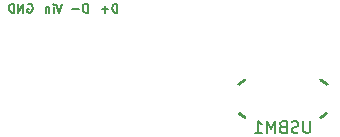
<source format=gbo>
%TF.GenerationSoftware,KiCad,Pcbnew,9.0.1*%
%TF.CreationDate,2025-10-31T22:00:19-04:00*%
%TF.ProjectId,flex_usb_board,666c6578-5f75-4736-925f-626f6172642e,rev?*%
%TF.SameCoordinates,Original*%
%TF.FileFunction,Legend,Bot*%
%TF.FilePolarity,Positive*%
%FSLAX46Y46*%
G04 Gerber Fmt 4.6, Leading zero omitted, Abs format (unit mm)*
G04 Created by KiCad (PCBNEW 9.0.1) date 2025-10-31 22:00:19*
%MOMM*%
%LPD*%
G01*
G04 APERTURE LIST*
%ADD10C,0.150000*%
%ADD11C,0.254000*%
%ADD12O,1.800000X1.000000*%
%ADD13C,2.250000*%
%ADD14R,0.400000X0.790000*%
%ADD15O,1.200000X2.500000*%
G04 APERTURE END LIST*
D10*
X123079887Y-93150414D02*
X122829887Y-93900414D01*
X122829887Y-93900414D02*
X122579887Y-93150414D01*
X122329887Y-93900414D02*
X122329887Y-93400414D01*
X122329887Y-93150414D02*
X122365601Y-93186128D01*
X122365601Y-93186128D02*
X122329887Y-93221842D01*
X122329887Y-93221842D02*
X122294173Y-93186128D01*
X122294173Y-93186128D02*
X122329887Y-93150414D01*
X122329887Y-93150414D02*
X122329887Y-93221842D01*
X121972744Y-93400414D02*
X121972744Y-93900414D01*
X121972744Y-93471842D02*
X121937030Y-93436128D01*
X121937030Y-93436128D02*
X121865601Y-93400414D01*
X121865601Y-93400414D02*
X121758458Y-93400414D01*
X121758458Y-93400414D02*
X121687030Y-93436128D01*
X121687030Y-93436128D02*
X121651316Y-93507557D01*
X121651316Y-93507557D02*
X121651316Y-93900414D01*
X125222744Y-93900414D02*
X125222744Y-93150414D01*
X125222744Y-93150414D02*
X125044173Y-93150414D01*
X125044173Y-93150414D02*
X124937030Y-93186128D01*
X124937030Y-93186128D02*
X124865601Y-93257557D01*
X124865601Y-93257557D02*
X124829887Y-93328985D01*
X124829887Y-93328985D02*
X124794173Y-93471842D01*
X124794173Y-93471842D02*
X124794173Y-93578985D01*
X124794173Y-93578985D02*
X124829887Y-93721842D01*
X124829887Y-93721842D02*
X124865601Y-93793271D01*
X124865601Y-93793271D02*
X124937030Y-93864700D01*
X124937030Y-93864700D02*
X125044173Y-93900414D01*
X125044173Y-93900414D02*
X125222744Y-93900414D01*
X124472744Y-93614700D02*
X123901316Y-93614700D01*
X127722744Y-93900414D02*
X127722744Y-93150414D01*
X127722744Y-93150414D02*
X127544173Y-93150414D01*
X127544173Y-93150414D02*
X127437030Y-93186128D01*
X127437030Y-93186128D02*
X127365601Y-93257557D01*
X127365601Y-93257557D02*
X127329887Y-93328985D01*
X127329887Y-93328985D02*
X127294173Y-93471842D01*
X127294173Y-93471842D02*
X127294173Y-93578985D01*
X127294173Y-93578985D02*
X127329887Y-93721842D01*
X127329887Y-93721842D02*
X127365601Y-93793271D01*
X127365601Y-93793271D02*
X127437030Y-93864700D01*
X127437030Y-93864700D02*
X127544173Y-93900414D01*
X127544173Y-93900414D02*
X127722744Y-93900414D01*
X126972744Y-93614700D02*
X126401316Y-93614700D01*
X126687030Y-93900414D02*
X126687030Y-93328985D01*
X120129887Y-93186128D02*
X120201316Y-93150414D01*
X120201316Y-93150414D02*
X120308458Y-93150414D01*
X120308458Y-93150414D02*
X120415601Y-93186128D01*
X120415601Y-93186128D02*
X120487030Y-93257557D01*
X120487030Y-93257557D02*
X120522744Y-93328985D01*
X120522744Y-93328985D02*
X120558458Y-93471842D01*
X120558458Y-93471842D02*
X120558458Y-93578985D01*
X120558458Y-93578985D02*
X120522744Y-93721842D01*
X120522744Y-93721842D02*
X120487030Y-93793271D01*
X120487030Y-93793271D02*
X120415601Y-93864700D01*
X120415601Y-93864700D02*
X120308458Y-93900414D01*
X120308458Y-93900414D02*
X120237030Y-93900414D01*
X120237030Y-93900414D02*
X120129887Y-93864700D01*
X120129887Y-93864700D02*
X120094173Y-93828985D01*
X120094173Y-93828985D02*
X120094173Y-93578985D01*
X120094173Y-93578985D02*
X120237030Y-93578985D01*
X119772744Y-93900414D02*
X119772744Y-93150414D01*
X119772744Y-93150414D02*
X119344173Y-93900414D01*
X119344173Y-93900414D02*
X119344173Y-93150414D01*
X118987030Y-93900414D02*
X118987030Y-93150414D01*
X118987030Y-93150414D02*
X118808459Y-93150414D01*
X118808459Y-93150414D02*
X118701316Y-93186128D01*
X118701316Y-93186128D02*
X118629887Y-93257557D01*
X118629887Y-93257557D02*
X118594173Y-93328985D01*
X118594173Y-93328985D02*
X118558459Y-93471842D01*
X118558459Y-93471842D02*
X118558459Y-93578985D01*
X118558459Y-93578985D02*
X118594173Y-93721842D01*
X118594173Y-93721842D02*
X118629887Y-93793271D01*
X118629887Y-93793271D02*
X118701316Y-93864700D01*
X118701316Y-93864700D02*
X118808459Y-93900414D01*
X118808459Y-93900414D02*
X118987030Y-93900414D01*
X144059523Y-103081819D02*
X144059523Y-103891342D01*
X144059523Y-103891342D02*
X144011904Y-103986580D01*
X144011904Y-103986580D02*
X143964285Y-104034200D01*
X143964285Y-104034200D02*
X143869047Y-104081819D01*
X143869047Y-104081819D02*
X143678571Y-104081819D01*
X143678571Y-104081819D02*
X143583333Y-104034200D01*
X143583333Y-104034200D02*
X143535714Y-103986580D01*
X143535714Y-103986580D02*
X143488095Y-103891342D01*
X143488095Y-103891342D02*
X143488095Y-103081819D01*
X143059523Y-104034200D02*
X142916666Y-104081819D01*
X142916666Y-104081819D02*
X142678571Y-104081819D01*
X142678571Y-104081819D02*
X142583333Y-104034200D01*
X142583333Y-104034200D02*
X142535714Y-103986580D01*
X142535714Y-103986580D02*
X142488095Y-103891342D01*
X142488095Y-103891342D02*
X142488095Y-103796104D01*
X142488095Y-103796104D02*
X142535714Y-103700866D01*
X142535714Y-103700866D02*
X142583333Y-103653247D01*
X142583333Y-103653247D02*
X142678571Y-103605628D01*
X142678571Y-103605628D02*
X142869047Y-103558009D01*
X142869047Y-103558009D02*
X142964285Y-103510390D01*
X142964285Y-103510390D02*
X143011904Y-103462771D01*
X143011904Y-103462771D02*
X143059523Y-103367533D01*
X143059523Y-103367533D02*
X143059523Y-103272295D01*
X143059523Y-103272295D02*
X143011904Y-103177057D01*
X143011904Y-103177057D02*
X142964285Y-103129438D01*
X142964285Y-103129438D02*
X142869047Y-103081819D01*
X142869047Y-103081819D02*
X142630952Y-103081819D01*
X142630952Y-103081819D02*
X142488095Y-103129438D01*
X141726190Y-103558009D02*
X141583333Y-103605628D01*
X141583333Y-103605628D02*
X141535714Y-103653247D01*
X141535714Y-103653247D02*
X141488095Y-103748485D01*
X141488095Y-103748485D02*
X141488095Y-103891342D01*
X141488095Y-103891342D02*
X141535714Y-103986580D01*
X141535714Y-103986580D02*
X141583333Y-104034200D01*
X141583333Y-104034200D02*
X141678571Y-104081819D01*
X141678571Y-104081819D02*
X142059523Y-104081819D01*
X142059523Y-104081819D02*
X142059523Y-103081819D01*
X142059523Y-103081819D02*
X141726190Y-103081819D01*
X141726190Y-103081819D02*
X141630952Y-103129438D01*
X141630952Y-103129438D02*
X141583333Y-103177057D01*
X141583333Y-103177057D02*
X141535714Y-103272295D01*
X141535714Y-103272295D02*
X141535714Y-103367533D01*
X141535714Y-103367533D02*
X141583333Y-103462771D01*
X141583333Y-103462771D02*
X141630952Y-103510390D01*
X141630952Y-103510390D02*
X141726190Y-103558009D01*
X141726190Y-103558009D02*
X142059523Y-103558009D01*
X141059523Y-104081819D02*
X141059523Y-103081819D01*
X141059523Y-103081819D02*
X140726190Y-103796104D01*
X140726190Y-103796104D02*
X140392857Y-103081819D01*
X140392857Y-103081819D02*
X140392857Y-104081819D01*
X139392857Y-104081819D02*
X139964285Y-104081819D01*
X139678571Y-104081819D02*
X139678571Y-103081819D01*
X139678571Y-103081819D02*
X139773809Y-103224676D01*
X139773809Y-103224676D02*
X139869047Y-103319914D01*
X139869047Y-103319914D02*
X139964285Y-103367533D01*
D11*
%TO.C,USBM1*%
X138550000Y-102800000D02*
G75*
G02*
X138550000Y-99600000I800001J1600000D01*
G01*
X144950000Y-99600000D02*
G75*
G02*
X144950000Y-102800000I-800000J-1600000D01*
G01*
%TD*%
%LPC*%
D12*
%TO.C,USBF1*%
X104400000Y-96880000D03*
X100600000Y-96880000D03*
X104400000Y-105520000D03*
X100600000Y-105520000D03*
%TD*%
D13*
%TO.C,REF\u002A\u002A*%
X119450000Y-91800000D03*
X121950000Y-91800000D03*
X124450000Y-91800000D03*
X126950000Y-91800000D03*
%TD*%
D14*
%TO.C,USBM1*%
X144550000Y-102470000D03*
X143750000Y-102470000D03*
X142950000Y-102470000D03*
X142150000Y-102470000D03*
X141350000Y-102470000D03*
X140550000Y-102470000D03*
X139750000Y-102470000D03*
X138950000Y-102470000D03*
X138950000Y-99930000D03*
X139750000Y-99930000D03*
X140550000Y-99930000D03*
X141350000Y-99930000D03*
X142150000Y-99930000D03*
X142950000Y-99930000D03*
X143750000Y-99930000D03*
X144550000Y-99930000D03*
D15*
X145730000Y-101200000D03*
X137770000Y-101200000D03*
%TD*%
%LPD*%
M02*

</source>
